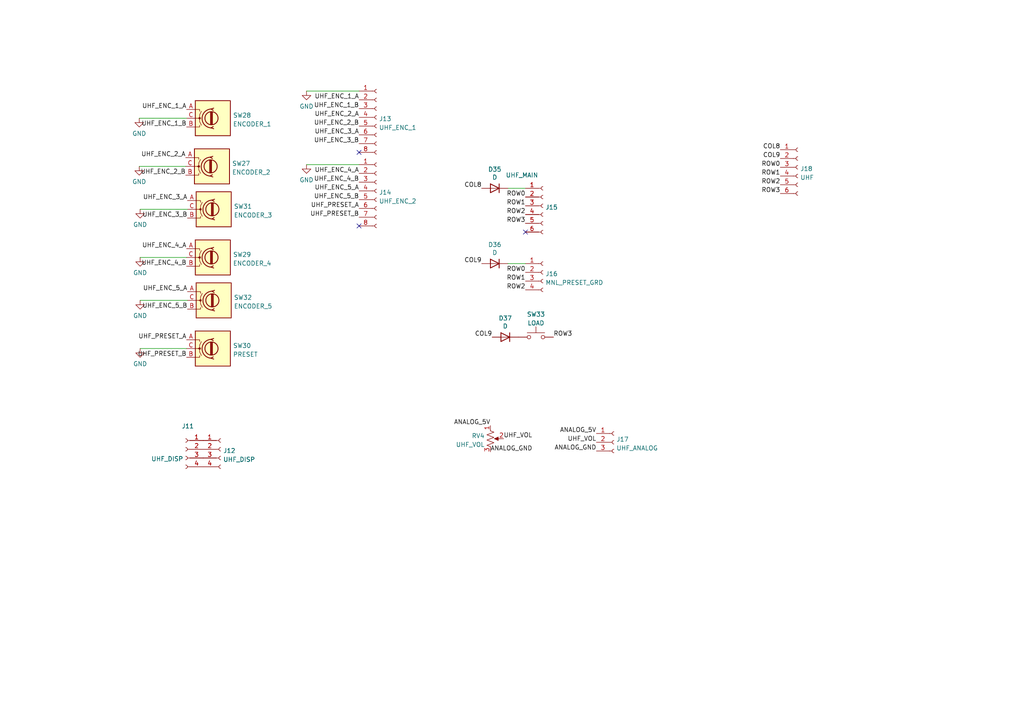
<source format=kicad_sch>
(kicad_sch (version 20230121) (generator eeschema)
  (paper "A4")
  (lib_symbols
    (symbol "Connector:Conn_01x03_Female" (pin_names (offset 1.016) hide)
      (property "Reference" "J" (at 0 5.08 0))
      (property "Value" "Conn_01x03_Female" (at 0 -5.08 0))
      (symbol "Conn_01x03_Female_1_1"
        (arc (start 0 -2.032) (mid -0.5058 -2.54) (end 0 -3.048) (stroke (width 0.1524)))
        (polyline (pts (xy -1.27 -2.54) (xy -0.508 -2.54)) (stroke (width 0.1524)))
        (polyline (pts (xy -1.27 0) (xy -0.508 0)) (stroke (width 0.1524)))
        (polyline (pts (xy -1.27 2.54) (xy -0.508 2.54)) (stroke (width 0.1524)))
        (arc (start 0 0.508) (mid -0.5058 0) (end 0 -0.508) (stroke (width 0.1524)))
        (arc (start 0 3.048) (mid -0.5058 2.54) (end 0 2.032) (stroke (width 0.1524)))
        (pin passive line (at -5.08 2.54 0) (length 3.81) (name "Pin_1") (number "1"))
        (pin passive line (at -5.08 0 0) (length 3.81) (name "Pin_2") (number "2"))
        (pin passive line (at -5.08 -2.54 0) (length 3.81) (name "Pin_3") (number "3"))
      )
    )
    (symbol "Connector:Conn_01x04_Female" (pin_names (offset 1.016) hide)
      (property "Reference" "J" (at 0 5.08 0))
      (property "Value" "Conn_01x04_Female" (at 0 -7.62 0))
      (symbol "Conn_01x04_Female_1_1"
        (arc (start 0 -4.572) (mid -0.5058 -5.08) (end 0 -5.588) (stroke (width 0.1524)))
        (arc (start 0 -2.032) (mid -0.5058 -2.54) (end 0 -3.048) (stroke (width 0.1524)))
        (polyline (pts (xy -1.27 -5.08) (xy -0.508 -5.08)) (stroke (width 0.1524)))
        (polyline (pts (xy -1.27 -2.54) (xy -0.508 -2.54)) (stroke (width 0.1524)))
        (polyline (pts (xy -1.27 0) (xy -0.508 0)) (stroke (width 0.1524)))
        (polyline (pts (xy -1.27 2.54) (xy -0.508 2.54)) (stroke (width 0.1524)))
        (arc (start 0 0.508) (mid -0.5058 0) (end 0 -0.508) (stroke (width 0.1524)))
        (arc (start 0 3.048) (mid -0.5058 2.54) (end 0 2.032) (stroke (width 0.1524)))
        (pin passive line (at -5.08 2.54 0) (length 3.81) (name "Pin_1") (number "1"))
        (pin passive line (at -5.08 0 0) (length 3.81) (name "Pin_2") (number "2"))
        (pin passive line (at -5.08 -2.54 0) (length 3.81) (name "Pin_3") (number "3"))
        (pin passive line (at -5.08 -5.08 0) (length 3.81) (name "Pin_4") (number "4"))
      )
    )
    (symbol "Connector:Conn_01x06_Female" (pin_names (offset 1.016) hide)
      (property "Reference" "J" (at 0 7.62 0))
      (property "Value" "Conn_01x06_Female" (at 0 -10.16 0))
      (symbol "Conn_01x06_Female_1_1"
        (arc (start 0 -7.112) (mid -0.5058 -7.62) (end 0 -8.128) (stroke (width 0.1524)))
        (arc (start 0 -4.572) (mid -0.5058 -5.08) (end 0 -5.588) (stroke (width 0.1524)))
        (arc (start 0 -2.032) (mid -0.5058 -2.54) (end 0 -3.048) (stroke (width 0.1524)))
        (polyline (pts (xy -1.27 -7.62) (xy -0.508 -7.62)) (stroke (width 0.1524)))
        (polyline (pts (xy -1.27 -5.08) (xy -0.508 -5.08)) (stroke (width 0.1524)))
        (polyline (pts (xy -1.27 -2.54) (xy -0.508 -2.54)) (stroke (width 0.1524)))
        (polyline (pts (xy -1.27 0) (xy -0.508 0)) (stroke (width 0.1524)))
        (polyline (pts (xy -1.27 2.54) (xy -0.508 2.54)) (stroke (width 0.1524)))
        (polyline (pts (xy -1.27 5.08) (xy -0.508 5.08)) (stroke (width 0.1524)))
        (arc (start 0 0.508) (mid -0.5058 0) (end 0 -0.508) (stroke (width 0.1524)))
        (arc (start 0 3.048) (mid -0.5058 2.54) (end 0 2.032) (stroke (width 0.1524)))
        (arc (start 0 5.588) (mid -0.5058 5.08) (end 0 4.572) (stroke (width 0.1524)))
        (pin passive line (at -5.08 5.08 0) (length 3.81) (name "Pin_1") (number "1"))
        (pin passive line (at -5.08 2.54 0) (length 3.81) (name "Pin_2") (number "2"))
        (pin passive line (at -5.08 0 0) (length 3.81) (name "Pin_3") (number "3"))
        (pin passive line (at -5.08 -2.54 0) (length 3.81) (name "Pin_4") (number "4"))
        (pin passive line (at -5.08 -5.08 0) (length 3.81) (name "Pin_5") (number "5"))
        (pin passive line (at -5.08 -7.62 0) (length 3.81) (name "Pin_6") (number "6"))
      )
    )
    (symbol "Connector:Conn_01x08_Female" (pin_names (offset 1.016) hide)
      (property "Reference" "J" (at 0 10.16 0))
      (property "Value" "Conn_01x08_Female" (at 0 -12.7 0))
      (symbol "Conn_01x08_Female_1_1"
        (arc (start 0 -9.652) (mid -0.5058 -10.16) (end 0 -10.668) (stroke (width 0.1524)))
        (arc (start 0 -7.112) (mid -0.5058 -7.62) (end 0 -8.128) (stroke (width 0.1524)))
        (arc (start 0 -4.572) (mid -0.5058 -5.08) (end 0 -5.588) (stroke (width 0.1524)))
        (arc (start 0 -2.032) (mid -0.5058 -2.54) (end 0 -3.048) (stroke (width 0.1524)))
        (polyline (pts (xy -1.27 -10.16) (xy -0.508 -10.16)) (stroke (width 0.1524)))
        (polyline (pts (xy -1.27 -7.62) (xy -0.508 -7.62)) (stroke (width 0.1524)))
        (polyline (pts (xy -1.27 -5.08) (xy -0.508 -5.08)) (stroke (width 0.1524)))
        (polyline (pts (xy -1.27 -2.54) (xy -0.508 -2.54)) (stroke (width 0.1524)))
        (polyline (pts (xy -1.27 0) (xy -0.508 0)) (stroke (width 0.1524)))
        (polyline (pts (xy -1.27 2.54) (xy -0.508 2.54)) (stroke (width 0.1524)))
        (polyline (pts (xy -1.27 5.08) (xy -0.508 5.08)) (stroke (width 0.1524)))
        (polyline (pts (xy -1.27 7.62) (xy -0.508 7.62)) (stroke (width 0.1524)))
        (arc (start 0 0.508) (mid -0.5058 0) (end 0 -0.508) (stroke (width 0.1524)))
        (arc (start 0 3.048) (mid -0.5058 2.54) (end 0 2.032) (stroke (width 0.1524)))
        (arc (start 0 5.588) (mid -0.5058 5.08) (end 0 4.572) (stroke (width 0.1524)))
        (arc (start 0 8.128) (mid -0.5058 7.62) (end 0 7.112) (stroke (width 0.1524)))
        (pin passive line (at -5.08 7.62 0) (length 3.81) (name "Pin_1") (number "1"))
        (pin passive line (at -5.08 5.08 0) (length 3.81) (name "Pin_2") (number "2"))
        (pin passive line (at -5.08 2.54 0) (length 3.81) (name "Pin_3") (number "3"))
        (pin passive line (at -5.08 0 0) (length 3.81) (name "Pin_4") (number "4"))
        (pin passive line (at -5.08 -2.54 0) (length 3.81) (name "Pin_5") (number "5"))
        (pin passive line (at -5.08 -5.08 0) (length 3.81) (name "Pin_6") (number "6"))
        (pin passive line (at -5.08 -7.62 0) (length 3.81) (name "Pin_7") (number "7"))
        (pin passive line (at -5.08 -10.16 0) (length 3.81) (name "Pin_8") (number "8"))
      )
    )
    (symbol "Device:D" (pin_numbers hide) (pin_names (offset 1.016) hide)
      (property "Reference" "D" (at 0 2.54 0))
      (property "Value" "D" (at 0 -2.54 0))
      (symbol "D_0_1"
        (polyline (pts (xy -1.27 1.27) (xy -1.27 -1.27)) (stroke (width 0.254)))
        (polyline (pts (xy 1.27 0) (xy -1.27 0)))
        (polyline (pts (xy 1.27 1.27) (xy 1.27 -1.27) (xy -1.27 0) (xy 1.27 1.27)) (stroke (width 0.254)))
      )
      (symbol "D_1_1"
        (pin passive line (at -3.81 0 0) (length 2.54) (name "K") (number "1"))
        (pin passive line (at 3.81 0 180) (length 2.54) (name "A") (number "2"))
      )
    )
    (symbol "Device:R_Potentiometer_US" (pin_names (offset 1.016) hide)
      (property "Reference" "RV" (at -4.445 0 90))
      (property "Value" "R_Potentiometer_US" (at -2.54 0 90))
      (symbol "R_Potentiometer_US_0_1"
        (polyline (pts (xy 0 -2.286) (xy 0 -2.54)))
        (polyline (pts (xy 0 2.54) (xy 0 2.286)))
        (polyline (pts (xy 2.54 0) (xy 1.524 0)))
        (polyline (pts (xy 1.143 0) (xy 2.286 0.508) (xy 2.286 -0.508) (xy 1.143 0)) (fill (type outline)))
        (polyline (pts (xy 0 -0.762) (xy 1.016 -1.143) (xy 0 -1.524) (xy -1.016 -1.905) (xy 0 -2.286)))
        (polyline (pts (xy 0 0.762) (xy 1.016 0.381) (xy 0 0) (xy -1.016 -0.381) (xy 0 -0.762)))
        (polyline (pts (xy 0 2.286) (xy 1.016 1.905) (xy 0 1.524) (xy -1.016 1.143) (xy 0 0.762)))
      )
      (symbol "R_Potentiometer_US_1_1"
        (pin passive line (at 0 3.81 270) (length 1.27) (name "1") (number "1"))
        (pin passive line (at 3.81 0 180) (length 1.27) (name "2") (number "2"))
        (pin passive line (at 0 -3.81 90) (length 1.27) (name "3") (number "3"))
      )
    )
    (symbol "Device:RotaryEncoder" (pin_names (offset 0.254) hide)
      (property "Reference" "SW" (at 0 6.604 0))
      (property "Value" "RotaryEncoder" (at 0 -6.604 0))
      (symbol "RotaryEncoder_0_1"
        (rectangle (start -5.08 5.08) (end 5.08 -5.08) (stroke (width 0.254)) (fill (type background)))
        (circle (center -3.81 0) (radius 0.254) (fill (type outline)))
        (circle (center -0.381 0) (radius 1.905) (stroke (width 0.254)))
        (arc (start -0.381 2.667) (mid -3.0988 -0.0635) (end -0.381 -2.794) (stroke (width 0.254)))
        (polyline (pts (xy -0.635 -1.778) (xy -0.635 1.778)) (stroke (width 0.254)))
        (polyline (pts (xy -0.381 -1.778) (xy -0.381 1.778)) (stroke (width 0.254)))
        (polyline (pts (xy -0.127 1.778) (xy -0.127 -1.778)) (stroke (width 0.254)))
        (polyline (pts (xy -5.08 -2.54) (xy -3.81 -2.54) (xy -3.81 -2.032)))
        (polyline (pts (xy -5.08 2.54) (xy -3.81 2.54) (xy -3.81 2.032)))
        (polyline (pts (xy 0.254 -3.048) (xy -0.508 -2.794) (xy 0.127 -2.413)) (stroke (width 0.254)))
        (polyline (pts (xy 0.254 2.921) (xy -0.508 2.667) (xy 0.127 2.286)) (stroke (width 0.254)))
        (polyline (pts (xy -5.08 0) (xy -3.81 0) (xy -3.81 -1.016) (xy -3.302 -2.032)))
        (polyline (pts (xy -4.318 0) (xy -3.81 0) (xy -3.81 1.016) (xy -3.302 2.032)))
      )
      (symbol "RotaryEncoder_1_1"
        (pin passive line (at -7.62 2.54 0) (length 2.54) (name "A") (number "A"))
        (pin passive line (at -7.62 -2.54 0) (length 2.54) (name "B") (number "B"))
        (pin passive line (at -7.62 0 0) (length 2.54) (name "C") (number "C"))
      )
    )
    (symbol "Switch:SW_Push" (pin_numbers hide) (pin_names (offset 1.016) hide)
      (property "Reference" "SW" (at 1.27 2.54 0))
      (property "Value" "SW_Push" (at 0 -1.524 0))
      (symbol "SW_Push_0_1"
        (circle (center -2.032 0) (radius 0.508))
        (polyline (pts (xy 0 1.27) (xy 0 3.048)))
        (polyline (pts (xy 2.54 1.27) (xy -2.54 1.27)))
        (circle (center 2.032 0) (radius 0.508))
        (pin passive line (at -5.08 0 0) (length 2.54) (name "1") (number "1"))
        (pin passive line (at 5.08 0 180) (length 2.54) (name "2") (number "2"))
      )
    )
    (symbol "power:GND" (power) (pin_names (offset 0))
      (property "Value" "GND" (at 0 -3.81 0))
      (symbol "GND_0_1"
        (polyline (pts (xy 0 0) (xy 0 -1.27) (xy 1.27 -1.27) (xy 0 -2.54) (xy -1.27 -1.27) (xy 0 -1.27)))
      )
      (symbol "GND_1_1"
        (pin power_in line (at 0 0 270) (length 0) hide (name "GND") (number "1"))
      )
    )
  )
  (no_connect (at 152.4 67.31))
  (no_connect (at 104.14 44.196))
  (no_connect (at 104.14 65.532))
  (wire (pts (xy 88.9 26.416) (xy 104.14 26.416)))
  (wire (pts (xy 40.386 34.29) (xy 54.102 34.29)))
  (wire (pts (xy 147.32 76.454) (xy 152.4 76.454)))
  (wire (pts (xy 40.64 60.706) (xy 54.356 60.706)))
  (wire (pts (xy 40.64 74.676) (xy 54.102 74.676)))
  (wire (pts (xy 147.32 54.61) (xy 152.4 54.61)))
  (wire (pts (xy 88.9 47.752) (xy 104.14 47.752)))
  (wire (pts (xy 40.64 101.092) (xy 54.102 101.092)))
  (wire (pts (xy 40.64 87.122) (xy 54.356 87.122)))
  (wire (pts (xy 40.386 48.26) (xy 53.848 48.26)))
  (label "UHF_ENC_5_A" (at 104.14 55.372 180))
  (label "ROW3" (at 152.4 64.77 180))
  (label "UHF_ENC_3_A" (at 54.356 58.166 180))
  (label "UHF_PRESET_B" (at 54.102 103.632 180))
  (label "UHF_ENC_5_B" (at 104.14 57.912 180))
  (label "ROW1" (at 226.314 51.054 180))
  (label "ROW3" (at 160.528 97.79 0))
  (label "ROW2" (at 152.4 84.074 180))
  (label "ANALOG_5V" (at 172.974 125.73 180))
  (label "ANALOG_GND" (at 172.974 130.81 180))
  (label "COL9" (at 226.314 45.974 180))
  (label "UHF_PRESET_B" (at 104.14 62.992 180))
  (label "UHF_ENC_3_B" (at 54.356 63.246 180))
  (label "UHF_ENC_1_B" (at 104.14 31.496 180))
  (label "UHF_PRESET_A" (at 54.102 98.552 180))
  (label "ROW0" (at 152.4 78.994 180))
  (label "ANALOG_5V" (at 142.24 123.444 180))
  (label "UHF_ENC_4_A" (at 54.102 72.136 180))
  (label "ROW2" (at 152.4 62.23 180))
  (label "UHF_ENC_2_B" (at 104.14 36.576 180))
  (label "UHF_ENC_3_A" (at 104.14 39.116 180))
  (label "UHF_VOL" (at 172.974 128.27 180))
  (label "ROW0" (at 152.4 57.15 180))
  (label "ROW3" (at 226.314 56.134 180))
  (label "COL9" (at 139.7 76.454 180))
  (label "UHF_ENC_4_B" (at 54.102 77.216 180))
  (label "UHF_ENC_4_A" (at 104.14 50.292 180))
  (label "UHF_ENC_2_B" (at 53.848 50.8 180))
  (label "ROW1" (at 152.4 81.534 180))
  (label "UHF_ENC_1_A" (at 104.14 28.956 180))
  (label "UHF_ENC_4_B" (at 104.14 52.832 180))
  (label "COL9" (at 142.748 97.79 180))
  (label "UHF_ENC_2_A" (at 53.848 45.72 180))
  (label "UHF_ENC_5_A" (at 54.356 84.582 180))
  (label "ROW2" (at 226.314 53.594 180))
  (label "UHF_VOL" (at 146.05 127.254 0))
  (label "UHF_PRESET_A" (at 104.14 60.452 180))
  (label "COL8" (at 226.314 43.434 180))
  (label "UHF_ENC_2_A" (at 104.14 34.036 180))
  (label "UHF_ENC_3_B" (at 104.14 41.656 180))
  (label "UHF_ENC_1_B" (at 54.102 36.83 180))
  (label "ROW0" (at 226.314 48.514 180))
  (label "UHF_ENC_1_A" (at 54.102 31.75 180))
  (label "COL8" (at 139.7 54.61 180))
  (label "UHF_ENC_5_B" (at 54.356 89.662 180))
  (label "ROW1" (at 152.4 59.69 180))
  (label "ANALOG_GND" (at 142.24 131.064 0))
  (symbol (lib_id "Connector:Conn_01x04_Female") (at 157.48 78.994 0) (unit 1)
    (property "Reference" "J16" (at 158.1912 79.4293 0) (effects (justify left)))
    (property "Value" "MNL_PRESET_GRD" (at 158.1912 81.9662 0) (effects (justify left)))
  )
  (symbol (lib_id "power:GND") (at 40.386 34.29 0) (unit 1)
    (property "Reference" "#PWR04" (effects hide))
    (property "Value" "GND" (at 40.386 38.7334 0))
  )
  (symbol (lib_id "power:GND") (at 40.64 74.676 0) (unit 1)
    (property "Reference" "#PWR07" (effects hide))
    (property "Value" "GND" (at 40.64 79.1194 0))
  )
  (symbol (lib_id "Connector:Conn_01x03_Female") (at 178.054 128.27 0) (unit 1)
    (property "Reference" "J17" (at 178.7652 127.4353 0) (effects (justify left)))
    (property "Value" "UHF_ANALOG" (at 178.7652 129.9722 0) (effects (justify left)))
  )
  (symbol (lib_id "Device:D") (at 143.51 76.454 0) (mirror y) (unit 1)
    (property "Reference" "D36" (at 143.51 70.9676 0))
    (property "Value" "D" (at 143.51 73.279 0))
    (property "Footprint" "Diode_THT:D_A-405_P7.62mm_Horizontal" (effects hide))
  )
  (symbol (lib_id "Device:RotaryEncoder") (at 61.976 87.122 0) (unit 1)
    (property "Reference" "SW32" (at 67.818 86.2873 0) (effects (justify left)))
    (property "Value" "ENCODER_5" (at 67.818 88.8242 0) (effects (justify left)))
    (property "Footprint" "Connector_Molex:Molex_KK-254_AE-6410-03A_1x03_P2.54mm_Vertical" (effects hide))
  )
  (symbol (lib_id "Device:RotaryEncoder") (at 61.722 34.29 0) (unit 1)
    (property "Reference" "SW28" (at 67.564 33.4553 0) (effects (justify left)))
    (property "Value" "ENCODER_1" (at 67.564 35.9922 0) (effects (justify left)))
    (property "Footprint" "Connector_Molex:Molex_KK-254_AE-6410-03A_1x03_P2.54mm_Vertical" (effects hide))
  )
  (symbol (lib_id "power:GND") (at 40.386 48.26 0) (unit 1)
    (property "Reference" "#PWR05" (effects hide))
    (property "Value" "GND" (at 40.386 52.7034 0))
  )
  (symbol (lib_id "Device:RotaryEncoder") (at 61.468 48.26 0) (unit 1)
    (property "Reference" "SW27" (at 67.31 47.4253 0) (effects (justify left)))
    (property "Value" "ENCODER_2" (at 67.31 49.9622 0) (effects (justify left)))
    (property "Footprint" "Connector_Molex:Molex_KK-254_AE-6410-03A_1x03_P2.54mm_Vertical" (effects hide))
  )
  (symbol (lib_id "Device:D") (at 143.51 54.61 0) (mirror y) (unit 1)
    (property "Reference" "D35" (at 143.51 49.1236 0))
    (property "Value" "D" (at 143.51 51.435 0))
    (property "Footprint" "Diode_THT:D_A-405_P7.62mm_Horizontal" (effects hide))
  )
  (symbol (lib_id "Connector:Conn_01x08_Female") (at 109.22 55.372 0) (unit 1)
    (property "Reference" "J14" (at 109.9312 55.8073 0) (effects (justify left)))
    (property "Value" "UHF_ENC_2" (at 109.9312 58.3442 0) (effects (justify left)))
  )
  (symbol (lib_id "power:GND") (at 40.64 87.122 0) (unit 1)
    (property "Reference" "#PWR08" (effects hide))
    (property "Value" "GND" (at 40.64 91.5654 0))
  )
  (symbol (lib_id "power:GND") (at 40.64 101.092 0) (unit 1)
    (property "Reference" "#PWR09" (effects hide))
    (property "Value" "GND" (at 40.64 105.5354 0))
  )
  (symbol (lib_id "Switch:SW_Push") (at 155.448 97.79 0) (unit 1)
    (property "Reference" "SW33" (at 155.448 91.1692 0))
    (property "Value" "LOAD" (at 155.448 93.7061 0))
    (property "Footprint" "Connector_Molex:Molex_KK-254_AE-6410-02A_1x02_P2.54mm_Vertical" (effects hide))
  )
  (symbol (lib_id "Connector:Conn_01x06_Female") (at 231.394 48.514 0) (unit 1)
    (property "Reference" "J18" (at 232.1052 48.9493 0) (effects (justify left)))
    (property "Value" "UHF" (at 232.1052 51.4862 0) (effects (justify left)))
  )
  (symbol (lib_id "Device:R_Potentiometer_US") (at 142.24 127.254 0) (unit 1)
    (property "Reference" "RV4" (at 140.5891 126.4193 0) (effects (justify right)))
    (property "Value" "UHF_VOL" (at 140.5891 128.9562 0) (effects (justify right)))
  )
  (symbol (lib_id "Connector:Conn_01x04_Female") (at 53.848 130.302 0) (mirror y) (unit 1)
    (property "Reference" "J11" (at 54.483 123.605 0))
    (property "Value" "UHF_DISP" (at 48.514 133.096 0))
  )
  (symbol (lib_id "Device:RotaryEncoder") (at 61.722 74.676 0) (unit 1)
    (property "Reference" "SW29" (at 67.564 73.8413 0) (effects (justify left)))
    (property "Value" "ENCODER_4" (at 67.564 76.3782 0) (effects (justify left)))
    (property "Footprint" "Connector_Molex:Molex_KK-254_AE-6410-03A_1x03_P2.54mm_Vertical" (effects hide))
  )
  (symbol (lib_id "Device:D") (at 146.558 97.79 0) (mirror y) (unit 1)
    (property "Reference" "D37" (at 146.558 92.3036 0))
    (property "Value" "D" (at 146.558 94.615 0))
    (property "Footprint" "Diode_THT:D_A-405_P7.62mm_Horizontal" (effects hide))
  )
  (symbol (lib_id "Connector:Conn_01x08_Female") (at 109.22 34.036 0) (unit 1)
    (property "Reference" "J13" (at 109.9312 34.4713 0) (effects (justify left)))
    (property "Value" "UHF_ENC_1" (at 109.9312 37.0082 0) (effects (justify left)))
  )
  (symbol (lib_id "power:GND") (at 40.64 60.706 0) (unit 1)
    (property "Reference" "#PWR06" (effects hide))
    (property "Value" "GND" (at 40.64 65.1494 0))
  )
  (symbol (lib_id "Connector:Conn_01x06_Female") (at 157.48 59.69 0) (unit 1)
    (property "Reference" "J15" (at 158.1912 60.1253 0) (effects (justify left)))
    (property "Value" "UHF_MAIN" (at 146.685 50.8 0) (effects (justify left)))
    (property "Footprint" "Connector_Molex:Molex_KK-254_AE-6410-06A_1x06_P2.54mm_Vertical" (effects hide))
  )
  (symbol (lib_id "Device:RotaryEncoder") (at 61.976 60.706 0) (unit 1)
    (property "Reference" "SW31" (at 67.818 59.8713 0) (effects (justify left)))
    (property "Value" "ENCODER_3" (at 67.818 62.4082 0) (effects (justify left)))
    (property "Footprint" "Connector_Molex:Molex_KK-254_AE-6410-03A_1x03_P2.54mm_Vertical" (effects hide))
  )
  (symbol (lib_id "power:GND") (at 88.9 47.752 0) (unit 1)
    (property "Reference" "#PWR011" (effects hide))
    (property "Value" "GND" (at 88.9 52.1954 0))
  )
  (symbol (lib_id "Device:RotaryEncoder") (at 61.722 101.092 0) (unit 1)
    (property "Reference" "SW30" (at 67.564 100.2573 0) (effects (justify left)))
    (property "Value" "PRESET" (at 67.564 102.7942 0) (effects (justify left)))
    (property "Footprint" "Connector_Molex:Molex_KK-254_AE-6410-03A_1x03_P2.54mm_Vertical" (effects hide))
  )
  (symbol (lib_id "power:GND") (at 88.9 26.416 0) (unit 1)
    (property "Reference" "#PWR010" (effects hide))
    (property "Value" "GND" (at 88.9 30.8594 0))
  )
  (symbol (lib_id "Connector:Conn_01x04_Female") (at 64.008 130.302 0) (unit 1)
    (property "Reference" "J12" (at 64.7192 130.7373 0) (effects (justify left)))
    (property "Value" "UHF_DISP" (at 64.7192 133.2742 0) (effects (justify left)))
  )
)
</source>
